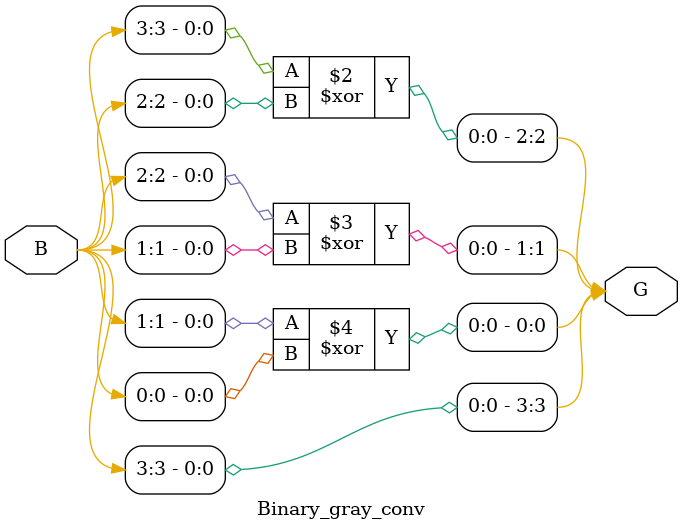
<source format=v>
`timescale 1ns / 1ps

//////////////////////////////////////////////////////////////////////////////////

module Binary_gray_conv(
output [3:0]G,
input [3:0]B
   );
 or  g1(G[3],B[3],B[3]);
 xor g2(G[2],B[3],B[2]);
 xor g3(G[1],B[2],B[1]);
 xor g4(G[0],B[1],B[0]);
 
endmodule

</source>
